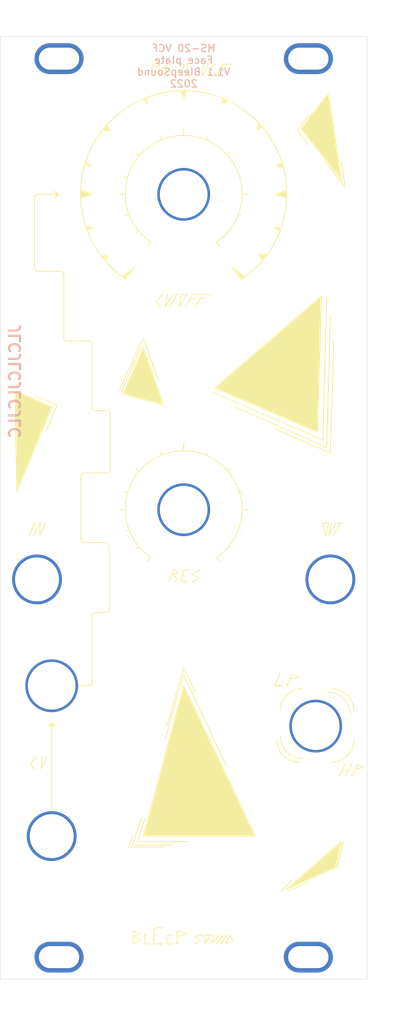
<source format=kicad_pcb>
(kicad_pcb (version 20211014) (generator pcbnew)
  (layers (0 "F.Cu" signal) (31 "B.Cu" signal) (34 "B.Paste" user) (35 "F.Paste" user) (36 "B.SilkS" user "B.Silkscreen") (37 "F.SilkS" user "F.Silkscreen") (38 "B.Mask" user) (39 "F.Mask" user) (44 "Edge.Cuts" user))
  (net 0 "")
  (net 1 "GND")
  (footprint "Synth:Doepfer Mounting hole" (layer "F.Cu") (at 111 30)
    (fp_text reference "H1" hide)
    (fp_text value "MountingHole_Pad")
    (pad "1" thru_hole oval locked (at 0 0) (size 6.7 4.2) (drill oval 5.5 3) (layers *.Cu *.Mask) (net 1 "GND"))
  )
  (footprint "Synth:Doepfer Mounting hole" (layer "F.Cu") (at 145 30)
    (fp_text reference "H2" hide)
    (fp_text value "MountingHole_Pad")
    (pad "1" thru_hole oval locked (at 0 0) (size 6.7 4.2) (drill oval 5.5 3) (layers *.Cu *.Mask) (net 1 "GND"))
  )
  (footprint "Synth:Doepfer Mounting hole" (layer "F.Cu") (at 145 152.5)
    (fp_text reference "H3" hide)
    (fp_text value "MountingHole_Pad")
    (pad "1" thru_hole oval locked (at 0 0) (size 6.7 4.2) (drill oval 5.5 3) (layers *.Cu *.Mask) (net 1 "GND"))
  )
  (footprint "Synth:Doepfer Mounting hole" (layer "F.Cu") (at 111 152.5)
    (fp_text reference "H4" hide)
    (fp_text value "MountingHole_Pad")
    (pad "1" thru_hole oval locked (at 0 0) (size 6.7 4.2) (drill oval 5.5 3) (layers *.Cu *.Mask) (net 1 "GND"))
  )
  (gr_line (start 122.1 149.3) (end 121.1 148.9) (layer "F.SilkS") (width 0.12))
  (gr_line (start 126.9 150.5) (end 127.1 150.7) (layer "F.SilkS") (width 0.12))
  (gr_line (start 131.7 149.5) (end 130.9 149.5) (layer "F.SilkS") (width 0.12))
  (gr_line (start 134.3 149.5) (end 134.7 150.3) (layer "F.SilkS") (width 0.12))
  (gr_arc (start 147.7 116.4) (mid 149.82132 117.27868) (end 150.7 119.4) (layer "F.SilkS") (width 0.12))
  (gr_arc (start 144.2 125.4) (mid 142.07868 124.52132) (end 141.2 122.4) (layer "F.SilkS") (width 0.12))
  (gr_arc (start 151.2 122.9) (mid 150.32132 125.02132) (end 148.2 125.9) (layer "F.SilkS") (width 0.12))
  (gr_arc (start 143.7 125.9) (mid 141.57868 125.02132) (end 140.7 122.9) (layer "F.SilkS") (width 0.12))
  (gr_arc (start 141.2 118.9) (mid 142.07868 116.77868) (end 144.2 115.9) (layer "F.SilkS") (width 0.12))
  (gr_arc (start 148.2 115.9) (mid 150.32132 116.77868) (end 151.2 118.9) (layer "F.SilkS") (width 0.12))
  (gr_line (start 107.7 93.3) (end 107.5 93.4) (layer "F.SilkS") (width 0.12))
  (gr_arc (start 115.999999 78.000001) (mid 115.646446 77.853554) (end 115.499999 77.500001) (layer "F.SilkS") (width 0.12))
  (gr_line (start 114.83 53.33) (end 115.58 53.05) (layer "F.SilkS") (width 0.12))
  (gr_line (start 131.35 30.75) (end 130.55 32.35) (layer "F.SilkS") (width 0.12))
  (gr_line (start 149.55 127.1) (end 150.4 127.1) (layer "F.SilkS") (width 0.12))
  (gr_poly (pts (xy 125.25 77.19732) (xy 119.75 75.69732) (xy 122.5 69.44732)) (layer "F.SilkS") (width 0.12) (fill solid))
  (gr_line (start 127.2 31.45) (end 127.2 31.95) (layer "F.SilkS") (width 0.12))
  (gr_line (start 129.25 101.4) (end 129.25 101.2) (layer "F.SilkS") (width 0.12))
  (gr_line (start 110.75 77.25) (end 109.25 80.75) (layer "F.SilkS") (width 0.12))
  (gr_line (start 151.7 126.2) (end 152.6 126.6) (layer "F.SilkS") (width 0.12))
  (gr_line (start 130.15 99.7) (end 129.15 100.3) (layer "F.SilkS") (width 0.12))
  (gr_line (start 149.2 127.8) (end 149.1 127.8) (layer "F.SilkS") (width 0.12))
  (gr_line (start 127.1 150.7) (end 127.1 150.5) (layer "F.SilkS") (width 0.12))
  (gr_line (start 128.45 101.3) (end 128.25 101.5) (layer "F.SilkS") (width 0.12))
  (gr_line (start 131.95 32.4) (end 132.05 32.25) (layer "F.SilkS") (width 0.12))
  (gr_line (start 128.5 149.3) (end 127.1 149.7) (layer "F.SilkS") (width 0.12))
  (gr_line (start 132.5 98) (end 132.95 98.61) (layer "F.SilkS") (width 0.12))
  (gr_poly (pts (xy 149.5 46.5) (xy 144 39.5) (xy 147.75 34.75)) (layer "F.SilkS") (width 0.12) (fill solid))
  (gr_line (start 148.1 93.3) (end 147.8 95) (layer "F.SilkS") (width 0.12))
  (gr_line (start 127.625 62.15) (end 128.425 62.15) (layer "F.SilkS") (width 0.12))
  (gr_line (start 126.1 30.65) (end 126.1 30.85) (layer "F.SilkS") (width 0.12))
  (gr_line (start 123.8 30.65) (end 123.8 32.35) (layer "F.SilkS") (width 0.12))
  (gr_line (start 117.5 86.5) (end 114.5 86.5) (layer "F.SilkS") (width 0.12))
  (gr_arc (start 120 60) (mid 128.066778 34.359916) (end 135.889781 60.075425) (layer "F.SilkS") (width 0.12))
  (gr_line (start 111.153553 59) (end 108.153553 59) (layer "F.SilkS") (width 0.12))
  (gr_arc (start 123.5 55) (mid 128 40.462851) (end 132.5 55) (layer "F.SilkS") (width 0.12))
  (gr_line (start 125.2 32.35) (end 125.4 32.35) (layer "F.SilkS") (width 0.12))
  (gr_line (start 122.5 68.19732) (end 124.5 73.69732) (layer "F.SilkS") (width 0.12))
  (gr_line (start 141.45 44.35) (end 140.67 44.59) (layer "F.SilkS") (width 0.12))
  (gr_line (start 110.453553 48.5) (end 108.153553 48.5) (layer "F.SilkS") (width 0.12))
  (gr_line (start 135.8 51.3) (end 135.49 51.19) (layer "F.SilkS") (width 0.12))
  (gr_line (start 129.15 100.3) (end 130.05 100.8) (layer "F.SilkS") (width 0.12))
  (gr_line (start 124.725 63.85) (end 124.825 63.75) (layer "F.SilkS") (width 0.12))
  (gr_line (start 146.9 93.3) (end 147.8 93.3) (layer "F.SilkS") (width 0.12))
  (gr_line (start 122.72 35.4) (end 123.03 36.16) (layer "F.SilkS") (width 0.12))
  (gr_line (start 133.3 149.5) (end 132.5 150.7) (layer "F.SilkS") (width 0.12))
  (gr_line (start 124.3 148.5) (end 125.1 148.5) (layer "F.SilkS") (width 0.12))
  (gr_poly (pts (xy 141.6 44.9) (xy 140.67 44.59) (xy 141.35 44.15)) (layer "F.SilkS") (width 0.12) (fill solid))
  (gr_line (start 112.153553 68.5) (end 115 68.5) (layer "F.SilkS") (width 0.12))
  (gr_line (start 124.225 63.1) (end 124.725 63.85) (layer "F.SilkS") (width 0.12))
  (gr_line (start 117.1 57.3) (end 117.72 56.8) (layer "F.SilkS") (width 0.12))
  (gr_line (start 117.346446 105.500001) (end 116 105.500001) (layer "F.SilkS") (width 0.12))
  (gr_line (start 133.9 149.5) (end 133.7 149.5) (layer "F.SilkS") (width 0.12))
  (gr_line (start 127.2 31.95) (end 128 32.35) (layer "F.SilkS") (width 0.12))
  (gr_line (start 125.2 32.35) (end 125.2 32.15) (layer "F.SilkS") (width 0.12))
  (gr_line (start 107.9 125.2) (end 107.1 126.1) (layer "F.SilkS") (width 0.12))
  (gr_line (start 141.2 53.3) (end 140.43 53.02) (layer "F.SilkS") (width 0.12))
  (gr_arc (start 118 86) (mid 117.853553 86.353553) (end 117.5 86.5) (layer "F.SilkS") (width 0.12))
  (gr_line (start 150 126.2) (end 149.9 126.2) (layer "F.SilkS") (width 0.12))
  (gr_line (start 127.05 100.8) (end 126.85 101.3) (layer "F.SilkS") (width 0.12))
  (gr_line (start 129.325 62.8) (end 129.425 62.7) (layer "F.SilkS") (width 0.12))
  (gr_line (start 133.1 150.7) (end 133.9 149.5) (layer "F.SilkS") (width 0.12))
  (gr_line (start 122.7 150.7) (end 123.3 150.7) (layer "F.SilkS") (width 0.12))
  (gr_line (start 129.225 62.15) (end 128.225 63.85) (layer "F.SilkS") (width 0.12))
  (gr_line (start 128 34.4) (end 128 35.4) (layer "F.SilkS") (width 0.12))
  (gr_line (start 114.57 44.34) (end 115.34 44.58) (layer "F.SilkS") (width 0.12))
  (gr_line (start 128.45 101.3) (end 128.25 101.1) (layer "F.SilkS") (width 0.12))
  (gr_line (start 147.4 95) (end 146.9 93.3) (layer "F.SilkS") (width 0.12))
  (gr_line (start 115.999999 78.000001) (end 117.5 78.000001) (layer "F.SilkS") (width 0.12))
  (gr_line (start 148 65) (end 147.5 83) (layer "F.SilkS") (width 0.12))
  (gr_line (start 124.7 30.65) (end 124.5 30.55) (layer "F.SilkS") (width 0.12))
  (gr_line (start 121.75 136.75) (end 128.5 136.75) (layer "F.SilkS") (width 0.12))
  (gr_line (start 141.1 113.8) (end 140.4 115.5) (layer "F.SilkS") (width 0.12))
  (gr_line (start 125.7 149.5) (end 126.5 149.5) (layer "F.SilkS") (width 0.12))
  (gr_line (start 127.2 30.65) (end 128 30.75) (layer "F.SilkS") (width 0.12))
  (gr_line (start 147.5 83) (end 135 77.5) (layer "F.SilkS") (width 0.12))
  (gr_line (start 134.3 149.5) (end 133.7 150.7) (layer "F.SilkS") (width 0.12))
  (gr_line (start 118 86) (end 118 78.500001) (layer "F.SilkS") (width 0.12))
  (gr_line (start 119.9 89) (end 120.36 89.14) (layer "F.SilkS") (width 0.12))
  (gr_line (start 107.6 95) (end 107.5 95) (layer "F.SilkS") (width 0.12))
  (gr_line (start 125.5 122.75) (end 128 114) (layer "F.SilkS") (width 0.12))
  (gr_line (start 125.775 62.15) (end 125.475 63.85) (layer "F.SilkS") (width 0.12))
  (gr_line (start 127.375 63.85) (end 127.625 62.15) (layer "F.SilkS") (width 0.12))
  (gr_line (start 130.05 100.8) (end 129.25 101.4) (layer "F.SilkS") (width 0.12))
  (gr_arc (start 115.5 115) (mid 115.353553 115.353553) (end 115 115.5) (layer "F.SilkS") (width 0.12))
  (gr_line (start 148 83.5) (end 147.99 83.77) (layer "F.SilkS") (width 0.12))
  (gr_line (start 120.5 137.5) (end 121 136) (layer "F.SilkS") (width 0.12))
  (gr_line (start 127.15 100.2) (end 126.45 100.3) (layer "F.SilkS") (width 0.12))
  (gr_line (start 107.6 126.8) (end 107.7 126.7) (layer "F.SilkS") (width 0.12))
  (gr_line (start 108.7 125.2) (end 108.6 126.8) (layer "F.SilkS") (width 0.12))
  (gr_line (start 130.15 99.7) (end 130.15 99.9) (layer "F.SilkS") (width 0.12))
  (gr_line (start 122.7 149.3) (end 122.7 150.7) (layer "F.SilkS") (width 0.12))
  (gr_line (start 149 93.3) (end 149.7 93.3) (layer "F.SilkS") (width 0.12))
  (gr_poly (pts (xy 137.75 136) (xy 122.5 136) (xy 128 115.5)) (layer "F.SilkS") (width 0.12) (fill solid))
  (gr_line (start 114 87) (end 114 95.5) (layer "F.SilkS") (width 0.12))
  (gr_line (start 121 137.25) (end 122.25 133.5) (layer "F.SilkS") (width 0.12))
  (gr_line (start 138.96 57.24) (end 138.31 56.73) (layer "F.SilkS") (width 0.12))
  (gr_line (start 124.7 30.65) (end 124.3 31.35) (layer "F.SilkS") (width 0.12))
  (gr_line (start 142.75 142) (end 141.25 143.5) (layer "F.SilkS") (width 0.12))
  (gr_line (start 120.1 51.4) (end 120.54 51.24) (layer "F.SilkS") (width 0.12))
  (gr_line (start 123.9 148.9) (end 123.9 150.7) (layer "F.SilkS") (width 0.12))
  (gr_line (start 134.39 42.9) (end 134.04 43.22) (layer "F.SilkS") (width 0.12))
  (gr_line (start 126.75 99.6) (end 127.15 100.2) (layer "F.SilkS") (width 0.12))
  (gr_line (start 129.225 62.15) (end 130.275 62.15) (layer "F.SilkS") (width 0.12))
  (gr_line (start 131.7 150.7) (end 132.9 149.5) (layer "F.SilkS") (width 0.12))
  (gr_line (start 129.5 149.7) (end 130.3 150.3) (layer "F.SilkS") (width 0.12))
  (gr_line (start 142.25 143.5) (end 145 142.25) (layer "F.SilkS") (width 0.12))
  (gr_line (start 124.3 31.35) (end 123.8 30.65) (layer "F.SilkS") (width 0.12))
  (gr_line (start 110 132.5) (end 110 121) (layer "F.SilkS") (width 0.12))
  (gr_line (start 134.43 96.64) (end 134.19 96.44) (layer "F.SilkS") (width 0.12))
  (gr_line (start 115.499999 77.500001) (end 115.499999 69.000001) (layer "F.SilkS") (width 0.12))
  (gr_line (start 122.75 133.5) (end 121.75 136.75) (layer "F.SilkS") (width 0.12))
  (gr_line (start 117.846446 105.000001) (end 117.846446 96.500001) (layer "F.SilkS") (width 0.12))
  (gr_line (start 128 83.461611) (end 128 82.5) (layer "F.SilkS") (width 0.12))
  (gr_line (start 132.5 150.7) (end 132.7 150.7) (layer "F.SilkS") (width 0.12))
  (gr_arc (start 115 68.5) (mid 115.353553 68.646447) (end 115.5 69) (layer "F.SilkS") (width 0.12))
  (gr_line (start 124.7 30.65) (end 124.7 32.35) (layer "F.SilkS") (width 0.12))
  (gr_line (start 132.9 149.5) (end 132.7 149.5) (layer "F.SilkS") (width 0.12))
  (gr_line (start 108.4 95) (end 109.2 93.3) (layer "F.SilkS") (width 0.12))
  (gr_poly (pts (xy 115.34 44.58) (xy 114.5 44.5) (xy 114.65 44.05)) (layer "F.SilkS") (width 0.12) (fill solid))
  (gr_line (start 127.1 150.7) (end 127.3 150.5) (layer "F.SilkS") (width 0.12))
  (gr_poly (pts (xy 138.75 57.5) (xy 138.31 56.73) (xy 139.35 56.7)) (layer "F.SilkS") (width 0.12) (fill solid))
  (gr_line (start 126.75 99.6) (end 125.95 101.3) (layer "F.SilkS") (width 0.12))
  (gr_line (start 150 126.2) (end 149.2 127.8) (layer "F.SilkS") (width 0.12))
  (gr_line (start 123.5 55) (end 123.04 55.59) (layer "F.SilkS") (width 0.12))
  (gr_line (start 120.1 94.4) (end 120.54 94.24) (layer "F.SilkS") (width 0.12))
  (gr_line (start 115.5 106.000001) (end 115.5 115) (layer "F.SilkS") (width 0.12))
  (gr_line (start 134.43 53.64) (end 134.19 53.44) (layer "F.SilkS") (width 0.12))
  (gr_line (start 149.5 44) (end 150 47.5) (layer "F.SilkS") (width 0.12))
  (gr_line (start 125.5 137.5) (end 120.5 137.5) (layer "F.SilkS") (width 0.12))
  (gr_line (start 151 127.8) (end 150.9 127.6) (layer "F.SilkS") (width 0.12))
  (gr_line (start 125.075 62.15) (end 125.175 62.25) (layer "F.SilkS") (width 0.12))
  (gr_line (start 122.25 68.44732) (end 119.25 75.19732) (layer "F.SilkS") (width 0.12))
  (gr_line (start 133.375 31.45) (end 133.475 31.35) (layer "F.SilkS") (width 0.12))
  (gr_line (start 121.5 96.8) (end 121.85 96.51) (layer "F.SilkS") (width 0.12))
  (gr_line (start 119.29 48.5) (end 120.061612 48.5) (layer "F.SilkS") (width 0.12))
  (gr_line (start 131.3 40.7) (end 131.14 41.08) (layer "F.SilkS") (width 0.12))
  (gr_line (start 108.4 93.3) (end 108.4 95) (layer "F.SilkS") (width 0.12))
  (gr_line (start 119.9 46) (end 120.36 46.14) (layer "F.SilkS") (width 0.12))
  (gr_arc (start 114.5 96) (mid 114.146447 95.853553) (end 114 95.5) (layer "F.SilkS") (width 0.12))
  (gr_poly (pts (xy 142.05 49) (xy 140.5 48.5) (xy 142.05 47.95)) (layer "F.SilkS") (width 0.12) (fill solid))
  (gr_line (start 136.1 46) (end 135.64 46.14) (layer "F.SilkS") (width 0.12))
  (gr_line (start 150 47.5) (end 147.25 44) (layer "F.SilkS") (width 0.12))
  (gr_line (start 130.65 30.75) (end 130.55 30.75) (layer "F.SilkS") (width 0.12))
  (gr_arc (start 117.5 78.000001) (mid 117.853553 78.146448) (end 118 78.500001) (layer "F.SilkS") (width 0.12))
  (gr_line (start 122.7 149.3) (end 122.9 149.5) (layer "F.SilkS") (width 0.12))
  (gr_line (start 121.1 148.9) (end 121.1 150.7) (layer "F.SilkS") (width 0.12))
  (gr_line (start 121.1 150.7) (end 122.1 150.1) (layer "F.SilkS") (width 0.12))
  (gr_line (start 131.45 31.65) (end 131.95 32.4) (layer "F.SilkS") (width 0.12))
  (gr_arc (start 108.153553 59) (mid 107.8 58.853553) (end 107.653553 58.5) (layer "F.SilkS") (width 0.12))
  (gr_line (start 107.7 93.3) (end 107.8 93.5) (layer "F.SilkS") (width 0.12))
  (gr_poly (pts (xy 123.03 36.16) (xy 122.5 35.5) (xy 122.95 35.3)) (layer "F.SilkS") (width 0.12) (fill solid))
  (gr_arc (start 111.153553 59) (mid 111.507106 59.146447) (end 111.653553 59.5) (layer "F.SilkS") (width 0.12))
  (gr_poly (pts (xy 138.7 39.3) (xy 138 39.73) (xy 138.25 38.85)) (layer "F.SilkS") (width 0.12) (fill solid))
  (gr_arc (start 107.653553 49) (mid 107.8 48.646447) (end 108.153553 48.5) (layer "F.SilkS") (width 0.12))
  (gr_line (start 133.35 30.75) (end 134.4 30.75) (layer "F.SilkS") (width 0.12))
  (gr_line (start 147.8 95) (end 148.8 93.3) (layer "F.SilkS") (width 0.12))
  (gr_line (start 131.35 30.75) (end 131.25 30.75) (layer "F.SilkS") (width 0.12))
  (gr_line (start 130.65 30.75) (end 130.55 32.35) (layer "F.SilkS") (width 0.12))
  (gr_line (start 150.9 126.2) (end 150.8 126.2) (layer "F.SilkS") (width 0.12))
  (gr_line (start 119.29 91.5) (end 120.061612 91.5) (layer "F.SilkS") (width 0.12))
  (gr_line (start 148.5 68.5) (end 148 83.5) (layer "F.SilkS") (width 0.12))
  (gr_arc (start 123.9 148.9) (mid 124.017157 148.617157) (end 124.3 148.5) (layer "F.SilkS") (width 0.12))
  (gr_line (start 125.75 121) (end 128 113) (layer "F.SilkS") (width 0.12))
  (gr_poly (pts (xy 117.98 39.89) (xy 116.95 39.75) (xy 117.45 39.15)) (layer "F.SilkS") (width 0.12) (fill solid))
  (gr_line (start 125.7 150.7) (end 126.5 150.7) (layer "F.SilkS") (width 0.12))
  (gr_line (start 127.65 101.3) (end 128.35 101.3) (layer "F.SilkS") (width 0.12))
  (gr_line (start 142.1 115.5) (end 142 115.3) (layer "F.SilkS") (width 0.12))
  (gr_line (start 129.5 150.7) (end 129.5 150.5) (layer "F.SilkS") (width 0.12))
  (gr_line (start 147 82) (end 132 75.5) (layer "F.SilkS") (width 0.12))
  (gr_line (start 114.5 96) (end 117.346447 96) (layer "F.SilkS") (width 0.12))
  (gr_line (start 142.05 48.5) (end 140.5 48.5) (layer "F.SilkS") (width 0.12))
  (gr_line (start 130.2625 62.7) (end 130.7875 62.7) (layer "F.SilkS") (width 0.12))
  (gr_line (start 132.1 149.5) (end 131.9 149.5) (layer "F.SilkS") (width 0.12))
  (gr_line (start 130.6875 62.8) (end 130.7875 62.7) (layer "F.SilkS") (width 0.12))
  (gr_line (start 134.3 30.85) (end 134.4 30.75) (layer "F.SilkS") (width 0.12))
  (gr_line (start 125.7 149.5) (end 125.7 150.7) (layer "F.SilkS") (width 0.12))
  (gr_line (start 123.5 98) (end 123.04 98.59) (layer "F.SilkS") (width 0.12))
  (gr_line (start 133.05 31.35) (end 133.475 31.35) (layer "F.SilkS") (width 0.12))
  (gr_line (start 123.9 150.7) (end 125.1 150.7) (layer "F.SilkS") (width 0.12))
  (gr_line (start 150.1 127.8) (end 150 127.8) (layer "F.SilkS") (width 0.12))
  (gr_line (start 152.6 126.6) (end 151.4 126.9) (layer "F.SilkS") (width 0.12))
  (gr_line (start 126.25 137.25) (end 121 137.25) (layer "F.SilkS") (width 0.12))
  (gr_line (start 130.3 150.3) (end 129.5 150.7) (layer "F.SilkS") (width 0.12))
  (gr_line (start 107.9 125.2) (end 108 125.3) (layer "F.SilkS") (width 0.12))
  (gr_line (start 143.7 114.3) (end 142.5 114.6) (layer "F.SilkS") (width 0.12))
  (gr_line (start 122.7 149.3) (end 122.5 149.5) (layer "F.SilkS") (width 0.12))
  (gr_line (start 138.6 39.19) (end 138 39.73) (layer "F.SilkS") (width 0.12))
  (gr_line (start 107.1 126.1) (end 107.6 126.8) (layer "F.SilkS") (width 0.12))
  (gr_poly (pts (xy 134.05 35.75) (xy 133.19 36.24) (xy 133.35 35.45)) (layer "F.SilkS") (width 0.12) (fill solid))
  (gr_line (start 141.1 113.8) (end 141 113.8) (layer "F.SilkS") (width 0.12))
  (gr_line (start 131.3 83.7) (end 131.14 84.08) (layer "F.SilkS") (width 0.12))
  (gr_arc (start 117.846446 105.000001) (mid 117.699999 105.353554) (end 117.346446 105.500001) (layer "F.SilkS") (width 0.12))
  (gr_line (start 127.1 148.9) (end 127.1 150.7) (layer "F.SilkS") (width 0.12))
  (gr_line (start 132.5 55) (end 132.91 55.6) (layer "F.SilkS") (width 0.12))
  (gr_line (start 125.075 62.15) (end 124.225 63.1) (layer "F.SilkS") (width 0.12))
  (gr_line (start 133.5 35.5) (end 133.19 36.24) (layer "F.SilkS") (width 0.12))
  (gr_line (start 125.475 63.85) (end 126.475 62.15) (layer "F.SilkS") (width 0.12))
  (gr_poly (pts (xy 136.4 59.7) (xy 135.889781 60.075425) (xy 134.6 58.5)) (layer "F.SilkS") (width 0.12) (fill solid))
  (gr_arc (start 123.5 98) (mid 128 83.462851) (end 132.5 98) (layer "F.SilkS") (width 0.12))
  (gr_line (start 129.1 30.65) (end 129 32.35) (layer "F.SilkS") (width 0.12))
  (gr_line (start 140.5 80.5) (end 147.99 83.77) (layer "F.SilkS") (width 0.12))
  (gr_line (start 125.7 150.1) (end 125.9 150.1) (layer "F.SilkS") (width 0.12))
  (gr_line (start 130.9 149.5) (end 130.9 150.7) (layer "F.SilkS") (width 0.12))
  (gr_arc (start 114 87) (mid 114.146447 86.646447) (end 114.5 86.5) (layer "F.SilkS") (width 0.12))
  (gr_line (start 126 31.75) (end 125.2 32.35) (layer "F.SilkS") (width 0.12))
  (gr_arc (start 117.346447 96) (mid 117.699998 96.146448) (end 117.846447 96.5) (layer "F.SilkS") (width 0.12))
  (gr_line (start 130.15 99.7) (end 129.95 99.6) (layer "F.SilkS") (width 0.12))
  (gr_line (start 109.4 125.2) (end 109.3 125.2) (layer "F.SilkS") (width 0.12))
  (gr_poly (pts (xy 148.75 140.25) (xy 142 143.25) (xy 149.5 136.75)) (layer "F.SilkS") (width 0.12) (fill solid))
  (gr_line (start 134.6 58.5) (end 135.889781 60.075425) (layer "F.SilkS") (width 0.12))
  (gr_line (start 128 31.25) (end 127.2 31.45) (layer "F.SilkS") (width 0.12))
  (gr_line (start 140.4 115.5) (end 141.5 115.5) (layer "F.SilkS") (width 0.12))
  (gr_poly (pts (xy 110.953553 48.5) (xy 110.453553 49) (xy 110.453553 48)) (layer "F.SilkS") (width 0.1) (fill solid))
  (gr_poly (pts (xy 141.25 53.05) (xy 141.05 53.65) (xy 140.43 53.02)) (layer "F.SilkS") (width 0.12) (fill solid))
  (gr_line (start 127.1 148.9) (end 128.5 149.3) (layer "F.SilkS") (width 0.12))
  (gr_line (start 127.85 100.5) (end 128.15 100.5) (layer "F.SilkS") (width 0.12))
  (gr_line (start 126.1 30.65) (end 125.1 31.25) (layer "F.SilkS") (width 0.12))
  (gr_line (start 121.5 42.9) (end 121.91 43.25) (layer "F.SilkS") (width 0.12))
  (gr_line (start 127.075 62.15) (end 126.075 63.85) (layer "F.SilkS") (width 0.12))
  (gr_line (start 147.8 93.3) (end 147.4 95) (layer "F.SilkS") (width 0.12))
  (gr_line (start 135.944194 48.5) (end 136.715806 48.5) (layer "F.SilkS") (width 0.12))
  (gr_line (start 124.8 40.6) (end 124.99 41.05) (layer "F.SilkS") (width 0.12))
  (gr_line (start 128 30.75) (end 128 31.25) (layer "F.SilkS") (width 0.12))
  (gr_line (start 128 113) (end 129.5 116.25) (layer "F.SilkS") (width 0.12))
  (gr_line (start 126.675 62.15) (end 127.375 62.15) (layer "F.SilkS") (width 0.12))
  (gr_line (start 128.25 99.7) (end 128.65 99.7) (layer "F.SilkS") (width 0.12))
  (gr_line (start 126.5 31.65) (end 126.9 31.65) (layer "F.SilkS") (width 0.12))
  (gr_line (start 135.944194 91.5) (end 136.715806 91.5) (layer "F.SilkS") (width 0.12))
  (gr_line (start 130.5 149.5) (end 129.5 149.7) (layer "F.SilkS") (width 0.12))
  (gr_line (start 131.5375 62.25) (end 131.6375 62.15) (layer "F.SilkS") (width 0.12))
  (gr_line (start 128.9 62.7) (end 129.425 62.7) (layer "F.SilkS") (width 0.12))
  (gr_line (start 129.25 101.4) (end 129.45 101.4) (layer "F.SilkS") (width 0.12))
  (gr_line (start 127.85 100.1) (end 127.65 101.3) (layer "F.SilkS") (width 0.12))
  (gr_line (start 107.6 95) (end 108.4 93.3) (layer "F.SilkS") (width 0.12))
  (gr_line (start 130.5 149.5) (end 130.5 149.7) (layer "F.SilkS") (width 0.12))
  (gr_poly (pts (xy 115.63 53.05) (xy 114.9 53.45) (xy 114.7 52.85)) (layer "F.SilkS") (width 0.12) (fill solid))
  (gr_poly (pts (xy 117.25 57.5) (xy 116.85 57) (xy 117.72 56.8)) (layer "F.SilkS") (width 0.12) (fill solid))
  (gr_line (start 128 40.461611) (end 128 39.5) (layer "F.SilkS") (width 0.12))
  (gr_poly (pts (xy 110 77.5) (xy 105.25 89) (xy 105 75.25)) (layer "F.SilkS") (width 0.12) (fill solid))
  (gr_poly (pts (xy 110.5 121) (xy 109.5 121) (xy 110 120.5)) (layer "F.SilkS") (width 0.1) (fill solid))
  (gr_line (start 149.75 136.75) (end 149 140.25) (layer "F.SilkS") (width 0.12))
  (gr_line (start 128.5 30.65) (end 129.1 30.65) (layer "F.SilkS") (width 0.12))
  (gr_line (start 132.25 30.75) (end 132.35 30.85) (layer "F.SilkS") (width 0.12))
  (gr_line (start 125.1 31.25) (end 126 31.75) (layer "F.SilkS") (width 0.12))
  (gr_line (start 107.75 76) (end 110.75 77.25) (layer "F.SilkS") (width 0.12))
  (gr_line (start 134.39 85.9) (end 134.04 86.22) (layer "F.SilkS") (width 0.12))
  (gr_line (start 115 115.5) (end 113.653554 115.5) (layer "F.SilkS") (width 0.12))
  (gr_line (start 135.8 94.3) (end 135.49 94.19) (layer "F.SilkS") (width 0.12))
  (gr_line (start 147.5 62.5) (end 147 81) (layer "F.SilkS") (width 0.12))
  (gr_poly (pts (xy 115.5 48.5) (xy 113.95 49) (xy 113.95 47.9)) (layer "F.SilkS") (width 0.12) (fill solid))
  (gr_line (start 128.4 32.35) (end 128.5 30.65) (layer "F.SilkS") (width 0.12))
  (gr_line (start 107.653553 49) (end 107.653553 58.5) (layer "F.SilkS") (width 0.12))
  (gr_line (start 133.35 30.75) (end 132.35 32.4) (layer "F.SilkS") (width 0.12))
  (gr_line (start 149.4 93.3) (end 148.4 95) (layer "F.SilkS") (width 0.12))
  (gr_poly (pts (xy 146.258621 80.896552) (xy 132.258621 74.896552) (xy 146.758621 62.396552)) (layer "F.SilkS") (width 0.12) (fill solid))
  (gr_line (start 113.95 48.5) (end 115.5 48.5) (layer "F.SilkS") (width 0.12))
  (gr_line (start 132.25 30.75) (end 131.45 31.65) (layer "F.SilkS") (width 0.12))
  (gr_line (start 132.1 149.5) (end 131.7 150.7) (layer "F.SilkS") (width 0.12))
  (gr_line (start 151.7 126.2) (end 151 127.8) (layer "F.SilkS") (width 0.12))
  (gr_line (start 121.5 53.8) (end 121.85 53.51) (layer "F.SilkS") (width 0.12))
  (gr_poly (pts (xy 128.35 34.4) (xy 128 35.4) (xy 127.6 34.4)) (layer "F.SilkS") (width 0.12) (fill solid))
  (gr_line (start 121.5 85.9) (end 121.91 86.25) (layer "F.SilkS") (width 0.12))
  (gr_line (start 120 60) (end 121.3 58.5) (layer "F.SilkS") (width 0.12))
  (gr_line (start 125.1 150.7) (end 124.9 150.5) (layer "F.SilkS") (width 0.12))
  (gr_line (start 126.1 30.65) (end 125.9 30.55) (layer "F.SilkS") (width 0.12))
  (gr_poly (pts (xy 120 60) (xy 119.6 59.7) (xy 121.3 58.5)) (layer "F.SilkS") (width 0.12) (fill solid))
  (gr_line (start 147 81) (end 147 82) (layer "F.SilkS") (width 0.12))
  (gr_line (start 122.1 150.1) (end 121.1 149.7) (layer "F.SilkS") (width 0.12))
  (gr_line (start 117.3 39.3) (end 117.98 39.89) (layer "F.SilkS") (width 0.12))
  (gr_line (start 109.4 125.2) (end 108.6 126.8) (layer "F.SilkS") (width 0.12))
  (gr_arc (start 115.5 106.000001) (mid 115.646447 105.646448) (end 116 105.500001) (layer "F.SilkS") (width 0.12))
  (gr_line (start 142.3 115.4) (end 142.1 115.5) (layer "F.SilkS") (width 0.12))
  (gr_line (start 151.2 127.7) (end 151 127.8) (layer "F.SilkS") (width 0.12))
  (gr_line (start 125.1 150.7) (end 124.9 150.9) (layer "F.SilkS") (width 0.12))
  (gr_line (start 142.8 113.9) (end 143.7 114.3) (layer "F.SilkS") (width 0.12))
  (gr_line (start 123.8 30.65) (end 123.6 30.55) (layer "F.SilkS") (width 0.12))
  (gr_line (start 150.9 126.2) (end 150.1 127.8) (layer "F.SilkS") (width 0.12))
  (gr_line (start 143.5 39.75) (end 145 41.75) (layer "F.SilkS") (width 0.12))
  (gr_line (start 123.9 149.5) (end 124.3 149.5) (layer "F.SilkS") (width 0.12))
  (gr_line (start 133.7 150.7) (end 134.7 150.3) (layer "F.SilkS") (width 0.12))
  (gr_line (start 130.5875 62.15) (end 131.6375 62.15) (layer "F.SilkS") (width 0.12))
  (gr_line (start 111.653553 59.5) (end 111.653553 68) (layer "F.SilkS") (width 0.12))
  (gr_line (start 145 37.75) (end 143.5 39.75) (layer "F.SilkS") (width 0.12))
  (gr_line (start 129 32.35) (end 128.4 32.35) (layer "F.SilkS") (width 0.12))
  (gr_line (start 126.45 100.3) (end 127.05 100.8) (layer "F.SilkS") (width 0.12))
  (gr_arc (start 127.85 100.1) (mid 127.967157 99.817157) (end 128.25 99.7) (layer "F.SilkS") (width 0.12))
  (gr_line (start 136.1 89) (end 135.64 89.14) (layer "F.SilkS") (width 0.12))
  (gr_line (start 133.3 149.5) (end 133.1 150.7) (layer "F.SilkS") (width 0.12))
  (gr_line (start 122.25 69.19732) (end 119.5 75.44732) (layer "F.SilkS") (width 0.12))
  (gr_line (start 130.175 62.25) (end 130.275 62.15) (layer "F.SilkS") (width 0.12))
  (gr_arc (start 112.153553 68.5) (mid 111.8 68.353553) (end 111.653553 68) (layer "F.SilkS") (width 0.12))
  (gr_line (start 124.8 83.6) (end 124.99 84.05) (layer "F.SilkS") (width 0.12))
  (gr_line (start 121.1 149.7) (end 122.1 149.3) (layer "F.SilkS") (width 0.12))
  (gr_line (start 142.8 113.9) (end 142.1 115.5) (layer "F.SilkS") (width 0.12))
  (gr_line (start 106.9 95) (end 107.7 93.3) (layer "F.SilkS") (width 0.12))
  (gr_line (start 109.2 93.3) (end 109.1 93.3) (layer "F.SilkS") (width 0.12))
  (gr_line (start 128.425 62.15) (end 127.375 63.85) (layer "F.SilkS") (width 0.12))
  (gr_line (start 130.9 150.7) (end 131.7 149.5) (layer "F.SilkS") (width 0.12))
  (gr_line (start 108.7 125.2) (end 108.6 125.2) (layer "F.SilkS") (width 0.12))
  (gr_line (start 128 114) (end 133.75 126.25) (layer "F.SilkS") (width 0.12))
  (gr_line (start 130.5875 62.15) (end 129.5875 63.85) (layer "F.SilkS") (width 0.12))
  (gr_line (start 153 27) (end 153 155.5) (layer "Edge.Cuts") (width 0.05))
  (gr_line (start 103 27) (end 102.999999 155.5) (layer "Edge.Cuts") (width 0.05))
  (gr_line (start 153 155.5) (end 102.999999 155.5) (layer "Edge.Cuts") (width 0.05))
  (gr_line (start 103 27) (end 153 27) (layer "Edge.Cuts") (width 0.05))
  (gr_text "JLCJLCJLCJLC" (at 105 74 -270) (layer "B.SilkS") (effects (font (size 1.5 1.5) (thickness 0.3)) (justify mirror)))
  (gr_text "MS-20 VCF\nFace plate\nV1.1 BleepSound\n2022" (at 128 31) (layer "B.SilkS") (effects (font (size 1 1)) (justify mirror)))
  (via (at 110 136) (size 6.8) (drill 6) (layers "F.Cu" "B.Cu") (net 1))
  (via (at 108 101) (size 6.8) (drill 6) (layers "F.Cu" "B.Cu") (net 1))
  (via (at 148 101) (size 6.8) (drill 6) (layers "F.Cu" "B.Cu") (net 1))
  (via (at 146 121) (size 7.2) (drill 6.5) (layers "F.Cu" "B.Cu") (net 1))
  (via (at 110 115.5) (size 7.2) (drill 6.5) (layers "F.Cu" "B.Cu") (net 1))
  (via (at 128 91.5) (size 7.2) (drill 6.5) (layers "F.Cu" "B.Cu") (net 1))
  (via (at 128 48.5) (size 7.2) (drill 6.5) (layers "F.Cu" "B.Cu") (net 1))
)
</source>
